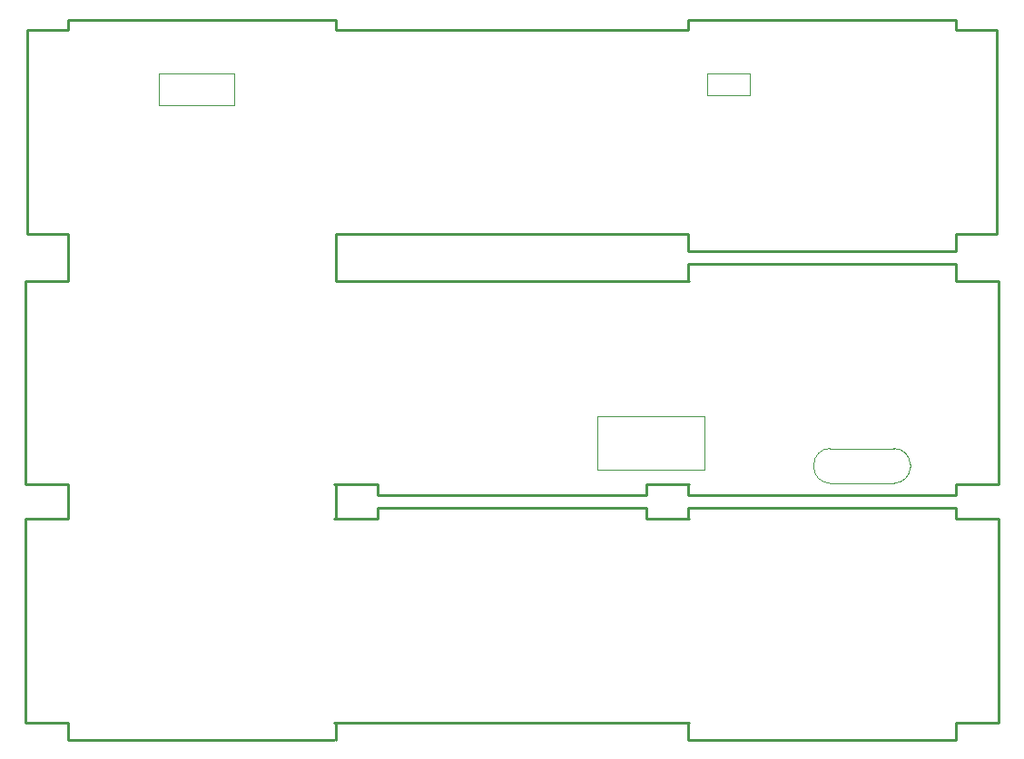
<source format=gko>
G04 Layer: BoardOutlineLayer*
G04 EasyEDA Pro v1.7.27, 2022-09-03 12:31:21*
G04 Gerber Generator version 0.3*
G04 Scale: 100 percent, Rotated: No, Reflected: No*
G04 Dimensions in millimeters*
G04 Leading zeros omitted, absolute positions, 3 integers and 3 decimals*
%FSLAX33Y33*%
%MOMM*%
%ADD10C,0.254*%
%ADD11C,0.0254*%
G75*


G04 PolygonModel Start*
G54D10*
G01X3925Y23415D02*
G01X0Y23415D01*
G01Y42415D01*
G01X3925D01*
G01Y46830D01*
G01X175D01*
G01Y65830D01*
G01X3925D01*
G01Y66830D01*
G01X28925Y42415D02*
G01X28925Y45230D01*
G01X61775Y42415D02*
G01X61775Y44015D01*
G01X61902Y44015D02*
G01X86775Y44015D01*
G01X86775Y44015D02*
G01X86775Y42415D01*
G01X86775Y42415D02*
G01X90700Y42415D01*
G01X90700Y42415D02*
G01X90700Y23415D01*
G01X90700Y23415D02*
G01X86775Y23415D01*
G01X86775Y23415D02*
G01X86775Y22415D01*
G01X86775Y22415D02*
G01X61902Y22415D01*
G01X61775Y22415D02*
G01X61775Y23415D01*
G01X61902Y23415D02*
G01X57850Y23415D01*
G01X57850Y23415D02*
G01X57850Y22415D01*
G01X57850Y22415D02*
G01X32850Y22415D01*
G01X32850Y22415D02*
G01X32850Y23415D01*
G01X32850Y23415D02*
G01X28798Y23415D01*
G01X28925Y23415D02*
G01X28925Y20200D01*
G01X28798Y20200D02*
G01X32850Y20200D01*
G01X32850Y20200D02*
G01X32850Y21200D01*
G01X32850Y21200D02*
G01X57850Y21200D01*
G01X57850Y21200D02*
G01X57850Y20200D01*
G01X57850Y20200D02*
G01X61902Y20200D01*
G01X61775Y20200D02*
G01X61775Y21200D01*
G01X61902Y21200D02*
G01X86775Y21200D01*
G01X86775Y21200D02*
G01X86775Y20200D01*
G01X86775Y20200D02*
G01X90700Y20200D01*
G01X90700Y20200D02*
G01X90700Y1200D01*
G01X90700Y1200D02*
G01X86775Y1200D01*
G01X86775Y1200D02*
G01X86775Y-400D01*
G01X86775Y-400D02*
G01X61902Y-400D01*
G01X61775Y-400D02*
G01X61775Y1200D01*
G01X61902Y1200D02*
G01X28798Y1200D01*
G01X28925Y1200D02*
G01X28925Y-400D01*
G01X28798Y-400D02*
G01X3925Y-400D01*
G01X3925Y-400D02*
G01X3925Y1200D01*
G01X3925Y1200D02*
G01X0Y1200D01*
G01X0Y1200D02*
G01X0Y20200D01*
G01X0Y20200D02*
G01X3925Y20200D01*
G01X3925Y20200D02*
G01X3925Y23415D01*
G01X61902Y42415D02*
G01X28925Y42415D01*
G01X28925Y45230D02*
G01X28925Y46830D01*
G01X61775D01*
G01Y45230D01*
G01X86775D01*
G01Y46830D01*
G01X90525D01*
G01X28925Y66830D02*
G01X28925Y65830D01*
G01X61775D01*
G01Y66830D01*
G01X86775D01*
G01Y65830D01*
G01X90525D01*
G01Y46830D01*
G01X3925Y66830D02*
G01X28925Y66830D01*
G04 PolygonModel End*

G04 Rect Start*
G54D11*
G01X12421Y58830D02*
G01X19421Y58830D01*
G01Y61830D01*
G01X12421D01*
G01Y58830D01*
G01X73497Y25274D02*
G01X73497Y25047D01*
G03X75004Y23540I1507J0D01*
G01X80990D01*
G03X82497Y25047I0J1507D01*
G01Y25274D01*
G03X80990Y26780I-1507J0D01*
G01X75004D01*
G03X73497Y25274I0J-1507D01*
G01X53325Y29831D02*
G01X53325Y24831D01*
G01X63325D01*
G01Y29831D01*
G01X53325D01*
G01X67513Y61822D02*
G01X63513Y61822D01*
G01Y59741D01*
G01X67513D01*
G01Y61822D01*
G04 Rect End*

M02*

</source>
